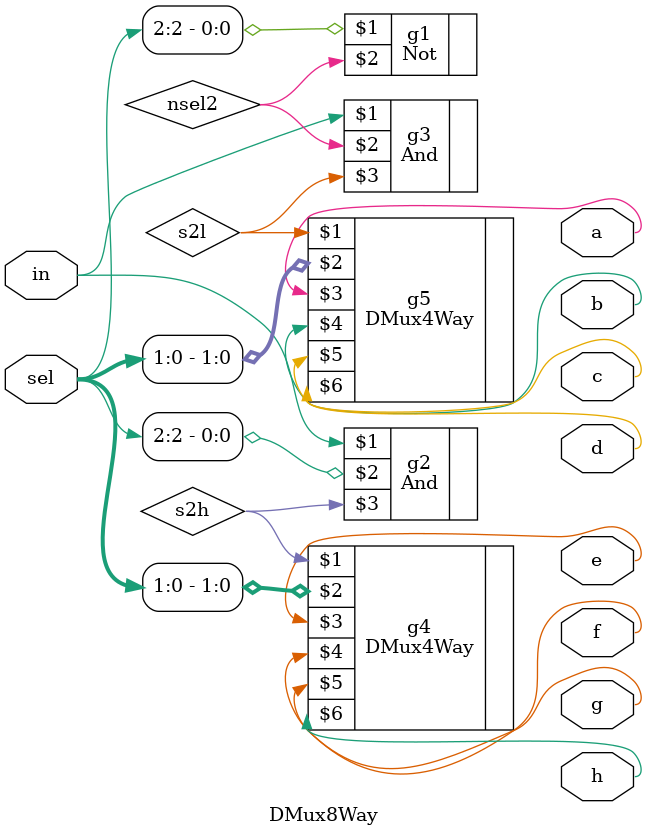
<source format=v>
/**
 * 8-way demultiplexor:
 * {a, b, c, d, e, f, g, h} = {in, 0, 0, 0, 0, 0, 0, 0} if sel == 000
 *                            {0, in, 0, 0, 0, 0, 0, 0} if sel == 001
 *                            etc.
 *                            {0, 0, 0, 0, 0, 0, 0, in} if sel == 111
 */
// 八路多路复用器
module DMux8Way(input in, input[2:0] sel, output a,b,c,d,e,f,g,h);
  Not g1(sel[2], nsel2);
  And g2(in, sel[2], s2h);
  And g3(in, nsel2,  s2l);
  DMux4Way g4(s2h, sel[1:0], e, f, g, h);
  DMux4Way g5(s2l, sel[1:0], a, b, c, d);
endmodule



</source>
